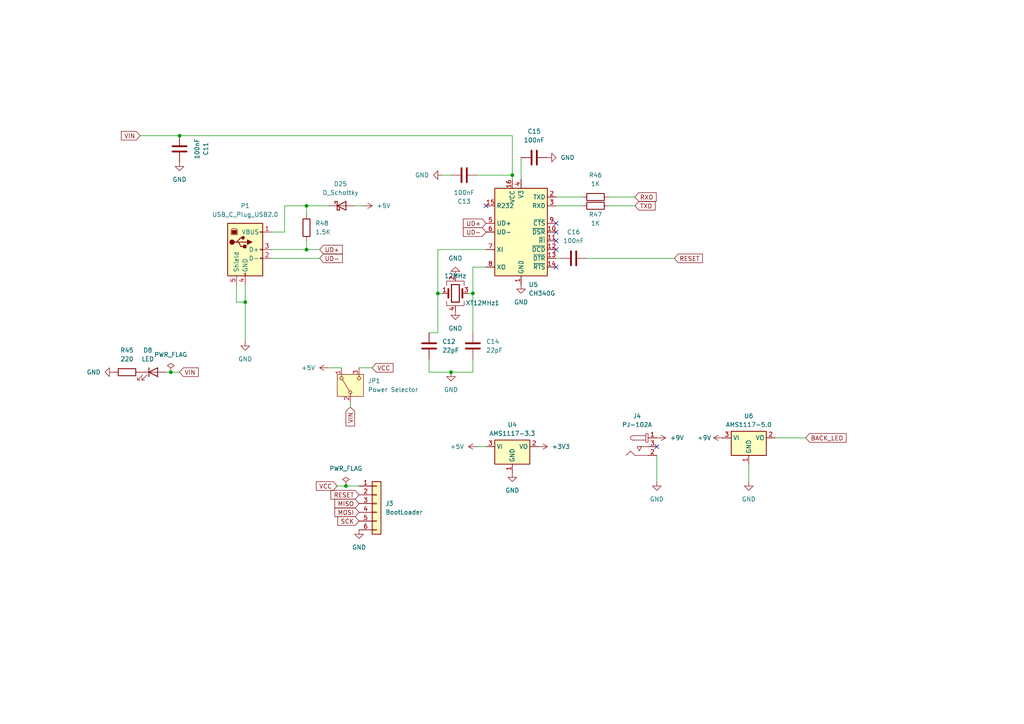
<source format=kicad_sch>
(kicad_sch (version 20231120) (generator "eeschema") (generator_version "8.0")
  (paper "A4")
  (lib_symbols
    (symbol "Connector:USB_B" (pin_names (offset 1.016))
      (property "Reference" "J" (at -5.08 11.43 0))
      (property "Value" "USB_B" (at -5.08 8.89 0))
      (symbol "USB_B_0_1"
        (rectangle (start -5.08 -7.62) (end 5.08 7.62) (stroke (width 0.254)) (fill (type background)))
        (circle (center -3.81 2.159) (radius 0.635) (stroke (width 0.254)) (fill (type outline)))
        (rectangle (start -3.81 5.588) (end -2.54 4.572) (fill (type outline)))
        (circle (center -0.635 3.429) (radius 0.381) (stroke (width 0.254)) (fill (type outline)))
        (rectangle (start -0.127 -7.62) (end 0.127 -6.858))
        (polyline (pts (xy -1.905 2.159) (xy 0.635 2.159)) (stroke (width 0.254)))
        (polyline (pts (xy -3.175 2.159) (xy -2.54 2.159) (xy -1.27 3.429) (xy -0.635 3.429)) (stroke (width 0.254)))
        (polyline (pts (xy -2.54 2.159) (xy -1.905 2.159) (xy -1.27 0.889) (xy 0 0.889)) (stroke (width 0.254)))
        (polyline (pts (xy 0.635 2.794) (xy 0.635 1.524) (xy 1.905 2.159) (xy 0.635 2.794)) (stroke (width 0.254)) (fill (type outline)))
        (polyline (pts (xy -4.064 4.318) (xy -2.286 4.318) (xy -2.286 5.715) (xy -2.667 6.096) (xy -3.683 6.096) (xy -4.064 5.715) (xy -4.064 4.318)))
        (rectangle (start 0.254 1.27) (end -0.508 0.508) (stroke (width 0.254)) (fill (type outline)))
        (rectangle (start 5.08 -2.667) (end 4.318 -2.413))
        (rectangle (start 5.08 -0.127) (end 4.318 0.127))
        (rectangle (start 5.08 4.953) (end 4.318 5.207))
      )
      (symbol "USB_B_1_1"
        (pin power_out line (at 7.62 5.08 180) (length 2.54) (name "VBUS") (number "1"))
        (pin bidirectional line (at 7.62 -2.54 180) (length 2.54) (name "D-") (number "2"))
        (pin bidirectional line (at 7.62 0 180) (length 2.54) (name "D+") (number "3"))
        (pin power_out line (at 0 -10.16 90) (length 2.54) (name "GND") (number "4"))
        (pin passive line (at -2.54 -10.16 90) (length 2.54) (name "Shield") (number "5"))
      )
    )
    (symbol "Connector_Generic:Conn_01x06" (pin_names (offset 1.016) hide)
      (property "Reference" "J" (at 0 7.62 0))
      (property "Value" "Conn_01x06" (at 0 -10.16 0))
      (symbol "Conn_01x06_1_1"
        (rectangle (start -1.27 -7.493) (end 0 -7.747) (stroke (width 0.1524)))
        (rectangle (start -1.27 -4.953) (end 0 -5.207) (stroke (width 0.1524)))
        (rectangle (start -1.27 -2.413) (end 0 -2.667) (stroke (width 0.1524)))
        (rectangle (start -1.27 0.127) (end 0 -0.127) (stroke (width 0.1524)))
        (rectangle (start -1.27 2.667) (end 0 2.413) (stroke (width 0.1524)))
        (rectangle (start -1.27 5.207) (end 0 4.953) (stroke (width 0.1524)))
        (rectangle (start -1.27 6.35) (end 1.27 -8.89) (stroke (width 0.254)) (fill (type background)))
        (pin passive line (at -5.08 5.08 0) (length 3.81) (name "Pin_1") (number "1"))
        (pin passive line (at -5.08 2.54 0) (length 3.81) (name "Pin_2") (number "2"))
        (pin passive line (at -5.08 0 0) (length 3.81) (name "Pin_3") (number "3"))
        (pin passive line (at -5.08 -2.54 0) (length 3.81) (name "Pin_4") (number "4"))
        (pin passive line (at -5.08 -5.08 0) (length 3.81) (name "Pin_5") (number "5"))
        (pin passive line (at -5.08 -7.62 0) (length 3.81) (name "Pin_6") (number "6"))
      )
    )
    (symbol "Device:C" (pin_numbers hide) (pin_names (offset 0.254))
      (property "Reference" "C" (at 0.635 2.54 0))
      (property "Value" "C" (at 0.635 -2.54 0))
      (symbol "C_0_1"
        (polyline (pts (xy -2.032 -0.762) (xy 2.032 -0.762)) (stroke (width 0.508)))
        (polyline (pts (xy -2.032 0.762) (xy 2.032 0.762)) (stroke (width 0.508)))
      )
      (symbol "C_1_1"
        (pin passive line (at 0 3.81 270) (length 2.794) (name "~") (number "1"))
        (pin passive line (at 0 -3.81 90) (length 2.794) (name "~") (number "2"))
      )
    )
    (symbol "Device:Crystal_GND24" (pin_names (offset 1.016) hide)
      (property "Reference" "Y" (at 3.175 5.08 0))
      (property "Value" "Crystal_GND24" (at 3.175 3.175 0))
      (symbol "Crystal_GND24_0_1"
        (rectangle (start -1.143 2.54) (end 1.143 -2.54) (stroke (width 0.3048)))
        (polyline (pts (xy -2.54 0) (xy -2.032 0)))
        (polyline (pts (xy -2.032 -1.27) (xy -2.032 1.27)) (stroke (width 0.508)))
        (polyline (pts (xy 0 -3.81) (xy 0 -3.556)))
        (polyline (pts (xy 0 3.556) (xy 0 3.81)))
        (polyline (pts (xy 2.032 -1.27) (xy 2.032 1.27)) (stroke (width 0.508)))
        (polyline (pts (xy 2.032 0) (xy 2.54 0)))
        (polyline (pts (xy -2.54 -2.286) (xy -2.54 -3.556) (xy 2.54 -3.556) (xy 2.54 -2.286)))
        (polyline (pts (xy -2.54 2.286) (xy -2.54 3.556) (xy 2.54 3.556) (xy 2.54 2.286)))
      )
      (symbol "Crystal_GND24_1_1"
        (pin passive line (at -3.81 0 0) (length 1.27) (name "1") (number "1"))
        (pin passive line (at 0 5.08 270) (length 1.27) (name "2") (number "2"))
        (pin passive line (at 3.81 0 180) (length 1.27) (name "3") (number "3"))
        (pin passive line (at 0 -5.08 90) (length 1.27) (name "4") (number "4"))
      )
    )
    (symbol "Device:D_Schottky" (pin_numbers hide) (pin_names (offset 1.016) hide)
      (property "Reference" "D" (at 0 2.54 0))
      (property "Value" "D_Schottky" (at 0 -2.54 0))
      (symbol "D_Schottky_0_1"
        (polyline (pts (xy 1.27 0) (xy -1.27 0)))
        (polyline (pts (xy 1.27 1.27) (xy 1.27 -1.27) (xy -1.27 0) (xy 1.27 1.27)) (stroke (width 0.254)))
        (polyline (pts (xy -1.905 0.635) (xy -1.905 1.27) (xy -1.27 1.27) (xy -1.27 -1.27) (xy -0.635 -1.27) (xy -0.635 -0.635)) (stroke (width 0.254)))
      )
      (symbol "D_Schottky_1_1"
        (pin passive line (at -3.81 0 0) (length 2.54) (name "K") (number "1"))
        (pin passive line (at 3.81 0 180) (length 2.54) (name "A") (number "2"))
      )
    )
    (symbol "Device:LED" (pin_numbers hide) (pin_names (offset 1.016) hide)
      (property "Reference" "D" (at 0 2.54 0))
      (property "Value" "LED" (at 0 -2.54 0))
      (symbol "LED_0_1"
        (polyline (pts (xy -1.27 -1.27) (xy -1.27 1.27)) (stroke (width 0.254)))
        (polyline (pts (xy -1.27 0) (xy 1.27 0)))
        (polyline (pts (xy 1.27 -1.27) (xy 1.27 1.27) (xy -1.27 0) (xy 1.27 -1.27)) (stroke (width 0.254)))
        (polyline (pts (xy -3.048 -0.762) (xy -4.572 -2.286) (xy -3.81 -2.286) (xy -4.572 -2.286) (xy -4.572 -1.524)))
        (polyline (pts (xy -1.778 -0.762) (xy -3.302 -2.286) (xy -2.54 -2.286) (xy -3.302 -2.286) (xy -3.302 -1.524)))
      )
      (symbol "LED_1_1"
        (pin passive line (at -3.81 0 0) (length 2.54) (name "K") (number "1"))
        (pin passive line (at 3.81 0 180) (length 2.54) (name "A") (number "2"))
      )
    )
    (symbol "Device:R" (pin_numbers hide) (pin_names (offset 0))
      (property "Reference" "R" (at 2.032 0 90))
      (property "Value" "R" (at 0 0 90))
      (symbol "R_0_1"
        (rectangle (start -1.016 -2.54) (end 1.016 2.54) (stroke (width 0.254)))
      )
      (symbol "R_1_1"
        (pin passive line (at 0 3.81 270) (length 1.27) (name "~") (number "1"))
        (pin passive line (at 0 -3.81 90) (length 1.27) (name "~") (number "2"))
      )
    )
    (symbol "Interface_USB:CH340G"
      (property "Reference" "U" (at -5.08 13.97 0))
      (property "Value" "CH340G" (at 1.27 13.97 0))
      (symbol "CH340G_0_1"
        (rectangle (start -7.62 12.7) (end 7.62 -12.7) (stroke (width 0.254)) (fill (type background)))
      )
      (symbol "CH340G_1_1"
        (pin power_in line (at 0 -15.24 90) (length 2.54) (name "GND") (number "1"))
        (pin input line (at 10.16 0 180) (length 2.54) (name "~{DSR}") (number "10"))
        (pin input line (at 10.16 -2.54 180) (length 2.54) (name "~{RI}") (number "11"))
        (pin input line (at 10.16 -5.08 180) (length 2.54) (name "~{DCD}") (number "12"))
        (pin output line (at 10.16 -7.62 180) (length 2.54) (name "~{DTR}") (number "13"))
        (pin output line (at 10.16 -10.16 180) (length 2.54) (name "~{RTS}") (number "14"))
        (pin input line (at -10.16 7.62 0) (length 2.54) (name "R232") (number "15"))
        (pin power_in line (at -2.54 15.24 270) (length 2.54) (name "VCC") (number "16"))
        (pin output line (at 10.16 10.16 180) (length 2.54) (name "TXD") (number "2"))
        (pin input line (at 10.16 7.62 180) (length 2.54) (name "RXD") (number "3"))
        (pin power_out line (at 0 15.24 270) (length 2.54) (name "V3") (number "4"))
        (pin bidirectional line (at -10.16 2.54 0) (length 2.54) (name "UD+") (number "5"))
        (pin bidirectional line (at -10.16 0 0) (length 2.54) (name "UD-") (number "6"))
        (pin input line (at -10.16 -5.08 0) (length 2.54) (name "XI") (number "7"))
        (pin output line (at -10.16 -10.16 0) (length 2.54) (name "XO") (number "8"))
        (pin input line (at 10.16 2.54 180) (length 2.54) (name "~{CTS}") (number "9"))
      )
    )
    (symbol "Regulator_Linear:AMS1117-3.3"
      (property "Reference" "U" (at -3.81 3.175 0))
      (property "Value" "AMS1117-3.3" (at 0 3.175 0))
      (symbol "AMS1117-3.3_0_1"
        (rectangle (start -5.08 -5.08) (end 5.08 1.905) (stroke (width 0.254)) (fill (type background)))
      )
      (symbol "AMS1117-3.3_1_1"
        (pin power_in line (at 0 -7.62 90) (length 2.54) (name "GND") (number "1"))
        (pin power_out line (at 7.62 0 180) (length 2.54) (name "VO") (number "2"))
        (pin power_in line (at -7.62 0 0) (length 2.54) (name "VI") (number "3"))
      )
    )
    (symbol "Regulator_Linear:AMS1117-5.0"
      (property "Reference" "U" (at -3.81 3.175 0))
      (property "Value" "AMS1117-5.0" (at 0 3.175 0))
      (symbol "AMS1117-5.0_0_1"
        (rectangle (start -5.08 -5.08) (end 5.08 1.905) (stroke (width 0.254)) (fill (type background)))
      )
      (symbol "AMS1117-5.0_1_1"
        (pin power_in line (at 0 -7.62 90) (length 2.54) (name "GND") (number "1"))
        (pin power_out line (at 7.62 0 180) (length 2.54) (name "VO") (number "2"))
        (pin power_in line (at -7.62 0 0) (length 2.54) (name "VI") (number "3"))
      )
    )
    (symbol "Switch:SW_SPDT" (pin_names (offset 0) hide)
      (property "Reference" "SW" (at 0 5.08 0))
      (property "Value" "SW_SPDT" (at 0 -5.08 0))
      (symbol "SW_SPDT_0_1"
        (circle (center -2.032 0) (radius 0.4572))
        (polyline (pts (xy -1.651 0.254) (xy 1.651 2.286)))
        (circle (center 2.032 -2.54) (radius 0.4572))
        (circle (center 2.032 2.54) (radius 0.4572))
      )
      (symbol "SW_SPDT_1_1"
        (rectangle (start -3.175 3.81) (end 3.175 -3.81) (fill (type background)))
        (pin passive line (at 5.08 2.54 180) (length 2.54) (name "A") (number "1"))
        (pin passive line (at -5.08 0 0) (length 2.54) (name "B") (number "2"))
        (pin passive line (at 5.08 -2.54 180) (length 2.54) (name "C") (number "3"))
      )
    )
    (symbol "dk_Barrel-Power-Connectors:PJ-102A" (pin_names (offset 1.016))
      (property "Reference" "J" (at 0 2.54 0))
      (property "Value" "PJ-102A" (at 0 -6.35 0))
      (symbol "PJ-102A_0_1"
        (arc (start -4.445 0.635) (mid -5.08 0) (end -4.445 -0.635))
        (rectangle (start -0.635 1.27) (end 0 -1.27))
        (polyline (pts (xy -0.635 -0.635) (xy -4.445 -0.635)))
        (polyline (pts (xy -0.635 0.635) (xy -4.445 0.635)))
        (polyline (pts (xy 0 -2.54) (xy -1.27 -2.54) (xy -2.54 -2.54)))
        (polyline (pts (xy 0 -5.08) (xy -3.81 -5.08) (xy -5.08 -3.81) (xy -6.35 -5.08)))
        (polyline (pts (xy -2.54 -2.54) (xy -3.175 -2.54) (xy -2.54 -3.81) (xy -1.905 -2.54) (xy -2.54 -2.54)))
      )
      (symbol "PJ-102A_1_1"
        (pin passive line (at 2.54 0 180) (length 2.54) (name "~") (number "1"))
        (pin passive line (at 2.54 -5.08 180) (length 2.54) (name "~") (number "2"))
        (pin passive line (at 2.54 -2.54 180) (length 2.54) (name "~") (number "3"))
      )
    )
    (symbol "power:+3V3" (power) (pin_numbers hide) (pin_names (offset 0) hide)
      (property "Value" "+3V3" (at 0 3.556 0))
      (symbol "+3V3_0_1"
        (polyline (pts (xy -0.762 1.27) (xy 0 2.54)))
        (polyline (pts (xy 0 0) (xy 0 2.54)))
        (polyline (pts (xy 0 2.54) (xy 0.762 1.27)))
      )
      (symbol "+3V3_1_1"
        (pin power_in line (at 0 0 90) (length 0) (name "~") (number "1"))
      )
    )
    (symbol "power:+5V" (power) (pin_numbers hide) (pin_names (offset 0) hide)
      (property "Value" "+5V" (at 0 3.556 0))
      (symbol "+5V_0_1"
        (polyline (pts (xy -0.762 1.27) (xy 0 2.54)))
        (polyline (pts (xy 0 0) (xy 0 2.54)))
        (polyline (pts (xy 0 2.54) (xy 0.762 1.27)))
      )
      (symbol "+5V_1_1"
        (pin power_in line (at 0 0 90) (length 0) (name "~") (number "1"))
      )
    )
    (symbol "power:+9V" (power) (pin_numbers hide) (pin_names (offset 0) hide)
      (property "Value" "+9V" (at 0 3.556 0))
      (symbol "+9V_0_1"
        (polyline (pts (xy -0.762 1.27) (xy 0 2.54)))
        (polyline (pts (xy 0 0) (xy 0 2.54)))
        (polyline (pts (xy 0 2.54) (xy 0.762 1.27)))
      )
      (symbol "+9V_1_1"
        (pin power_in line (at 0 0 90) (length 0) (name "~") (number "1"))
      )
    )
    (symbol "power:GND" (power) (pin_numbers hide) (pin_names (offset 0) hide)
      (property "Value" "GND" (at 0 -3.81 0))
      (symbol "GND_0_1"
        (polyline (pts (xy 0 0) (xy 0 -1.27) (xy 1.27 -1.27) (xy 0 -2.54) (xy -1.27 -1.27) (xy 0 -1.27)))
      )
      (symbol "GND_1_1"
        (pin power_in line (at 0 0 270) (length 0) (name "~") (number "1"))
      )
    )
    (symbol "power:PWR_FLAG" (power) (pin_numbers hide) (pin_names (offset 0) hide)
      (property "Value" "PWR_FLAG" (at 0 3.81 0))
      (symbol "PWR_FLAG_0_0"
        (pin power_out line (at 0 0 90) (length 0) (name "~") (number "1"))
      )
      (symbol "PWR_FLAG_0_1"
        (polyline (pts (xy 0 0) (xy 0 1.27) (xy -1.016 1.905) (xy 0 2.54) (xy 1.016 1.905) (xy 0 1.27)))
      )
    )
  )
  (junction (at 148.59 50.8))
  (junction (at 88.9 72.39))
  (junction (at 130.81 107.95))
  (junction (at 52.07 39.37))
  (junction (at 71.12 87.63))
  (junction (at 88.9 59.69))
  (junction (at 137.16 85.09))
  (junction (at 49.53 107.95))
  (junction (at 127 85.09))
  (junction (at 100.33 140.97))
  (no_connect (at 140.97 59.69))
  (no_connect (at 190.5 129.54))
  (no_connect (at 161.29 72.39))
  (no_connect (at 161.29 69.85))
  (no_connect (at 161.29 67.31))
  (no_connect (at 161.29 64.77))
  (no_connect (at 161.29 77.47))
  (wire (pts (xy 195.58 74.93) (xy 170.18 74.93)))
  (wire (pts (xy 148.59 50.8) (xy 148.59 39.37)))
  (wire (pts (xy 190.5 139.7) (xy 190.5 132.08)))
  (wire (pts (xy 88.9 59.69) (xy 82.55 59.69)))
  (wire (pts (xy 95.25 59.69) (xy 88.9 59.69)))
  (wire (pts (xy 161.29 59.69) (xy 168.91 59.69)))
  (wire (pts (xy 151.13 45.72) (xy 151.13 52.07)))
  (wire (pts (xy 127 85.09) (xy 127 96.52)))
  (wire (pts (xy 92.71 72.39) (xy 88.9 72.39)))
  (wire (pts (xy 127 72.39) (xy 127 85.09)))
  (wire (pts (xy 101.6 116.84) (xy 101.6 118.11)))
  (wire (pts (xy 100.33 140.97) (xy 104.14 140.97)))
  (wire (pts (xy 68.58 87.63) (xy 71.12 87.63)))
  (wire (pts (xy 107.95 106.68) (xy 104.14 106.68)))
  (wire (pts (xy 88.9 69.85) (xy 88.9 72.39)))
  (wire (pts (xy 130.81 107.95) (xy 137.16 107.95)))
  (wire (pts (xy 137.16 85.09) (xy 137.16 96.52)))
  (wire (pts (xy 97.79 140.97) (xy 100.33 140.97)))
  (wire (pts (xy 88.9 62.23) (xy 88.9 59.69)))
  (wire (pts (xy 137.16 77.47) (xy 140.97 77.47)))
  (wire (pts (xy 40.64 39.37) (xy 52.07 39.37)))
  (wire (pts (xy 71.12 87.63) (xy 71.12 82.55)))
  (wire (pts (xy 52.07 107.95) (xy 49.53 107.95)))
  (wire (pts (xy 82.55 67.31) (xy 78.74 67.31)))
  (wire (pts (xy 95.25 106.68) (xy 99.06 106.68)))
  (wire (pts (xy 233.68 127) (xy 224.79 127)))
  (wire (pts (xy 138.43 50.8) (xy 148.59 50.8)))
  (wire (pts (xy 138.43 129.54) (xy 140.97 129.54)))
  (wire (pts (xy 140.97 72.39) (xy 127 72.39)))
  (wire (pts (xy 137.16 77.47) (xy 137.16 85.09)))
  (wire (pts (xy 88.9 72.39) (xy 78.74 72.39)))
  (wire (pts (xy 148.59 50.8) (xy 148.59 52.07)))
  (wire (pts (xy 49.53 107.95) (xy 48.26 107.95)))
  (wire (pts (xy 137.16 107.95) (xy 137.16 104.14)))
  (wire (pts (xy 127 96.52) (xy 124.46 96.52)))
  (wire (pts (xy 128.27 85.09) (xy 127 85.09)))
  (wire (pts (xy 162.56 74.93) (xy 161.29 74.93)))
  (wire (pts (xy 124.46 107.95) (xy 130.81 107.95)))
  (wire (pts (xy 82.55 59.69) (xy 82.55 67.31)))
  (wire (pts (xy 124.46 107.95) (xy 124.46 104.14)))
  (wire (pts (xy 135.89 85.09) (xy 137.16 85.09)))
  (wire (pts (xy 68.58 82.55) (xy 68.58 87.63)))
  (wire (pts (xy 217.17 139.7) (xy 217.17 134.62)))
  (wire (pts (xy 52.07 39.37) (xy 148.59 39.37)))
  (wire (pts (xy 176.53 59.69) (xy 184.15 59.69)))
  (wire (pts (xy 92.71 74.93) (xy 78.74 74.93)))
  (wire (pts (xy 161.29 57.15) (xy 168.91 57.15)))
  (wire (pts (xy 176.53 57.15) (xy 184.15 57.15)))
  (wire (pts (xy 102.87 59.69) (xy 105.41 59.69)))
  (wire (pts (xy 71.12 99.06) (xy 71.12 87.63)))
  (wire (pts (xy 130.81 50.8) (xy 128.27 50.8)))
  (global_label "MOSI" (shape input) (at 104.14 148.59 180) (property "Intersheetrefs" "${INTERSHEET_REFS}" (effects (hide yes))))
  (global_label "RXD" (shape input) (at 184.15 57.15 0) (property "Intersheetrefs" "${INTERSHEET_REFS}" (effects (hide yes))))
  (global_label "VIN" (shape input) (at 52.07 107.95 0) (property "Intersheetrefs" "${INTERSHEET_REFS}" (effects (hide yes))))
  (global_label "VCC" (shape input) (at 97.79 140.97 180) (property "Intersheetrefs" "${INTERSHEET_REFS}" (effects (hide yes))))
  (global_label "VCC" (shape input) (at 107.95 106.68 0) (property "Intersheetrefs" "${INTERSHEET_REFS}" (effects (hide yes))))
  (global_label "TXD" (shape input) (at 184.15 59.69 0) (property "Intersheetrefs" "${INTERSHEET_REFS}" (effects (hide yes))))
  (global_label "BACK_LED" (shape input) (at 233.68 127 0) (property "Intersheetrefs" "${INTERSHEET_REFS}" (effects (hide yes))))
  (global_label "UD-" (shape input) (at 92.71 74.93 0) (property "Intersheetrefs" "${INTERSHEET_REFS}" (effects (hide yes))))
  (global_label "VIN" (shape input) (at 40.64 39.37 180) (property "Intersheetrefs" "${INTERSHEET_REFS}" (effects (hide yes))))
  (global_label "RESET" (shape input) (at 104.14 143.51 180) (property "Intersheetrefs" "${INTERSHEET_REFS}" (effects (hide yes))))
  (global_label "VIN" (shape input) (at 101.6 118.11 270) (property "Intersheetrefs" "${INTERSHEET_REFS}" (effects (hide yes))))
  (global_label "UD+" (shape input) (at 92.71 72.39 0) (property "Intersheetrefs" "${INTERSHEET_REFS}" (effects (hide yes))))
  (global_label "SCK" (shape input) (at 104.14 151.13 180) (property "Intersheetrefs" "${INTERSHEET_REFS}" (effects (hide yes))))
  (global_label "UD+" (shape input) (at 140.97 64.77 180) (property "Intersheetrefs" "${INTERSHEET_REFS}" (effects (hide yes))))
  (global_label "RESET" (shape input) (at 195.58 74.93 0) (property "Intersheetrefs" "${INTERSHEET_REFS}" (effects (hide yes))))
  (global_label "MISO" (shape input) (at 104.14 146.05 180) (property "Intersheetrefs" "${INTERSHEET_REFS}" (effects (hide yes))))
  (global_label "UD-" (shape input) (at 140.97 67.31 180) (property "Intersheetrefs" "${INTERSHEET_REFS}" (effects (hide yes))))
  (symbol (lib_id "power:GND") (at 104.14 153.67 0) (unit 1)
    (property "Reference" "#PWR08" (effects (hide yes)))
    (property "Value" "GND" (at 104.14 158.75 0))
    (property "Description" "Power symbol creates a global label with name \"GND\" , ground" (effects (hide yes)))
  )
  (symbol (lib_id "Switch:SW_SPDT") (at 101.6 111.76 90) (unit 1)
    (property "Reference" "JP1" (at 106.68 110.4899 90) (effects (justify right)))
    (property "Value" "Power Selector" (at 106.68 113.0299 90) (effects (justify right)))
    (property "Footprint" "PCM_SL_Devices:Slide_Switch_SPDT_P3mm_10x5x10mm" (effects (hide yes)))
    (property "Description" "Switch, single pole double throw" (effects (hide yes)))
  )
  (symbol (lib_id "Device:R") (at 172.72 57.15 270) (unit 1)
    (property "Reference" "R46" (at 172.72 50.8 90))
    (property "Value" "1K" (at 172.72 53.34 90))
    (property "Footprint" "Resistor_SMD:R_1206_3216Metric_Pad1.30x1.75mm_HandSolder" (effects (hide yes)))
    (property "Description" "Resistor" (effects (hide yes)))
  )
  (symbol (lib_id "Device:R") (at 88.9 66.04 0) (unit 1)
    (property "Reference" "R48" (at 91.44 64.7699 0) (effects (justify left)))
    (property "Value" "1.5K" (at 91.44 67.3099 0) (effects (justify left)))
    (property "Footprint" "Resistor_SMD:R_1206_3216Metric_Pad1.30x1.75mm_HandSolder" (effects (hide yes)))
    (property "Description" "Resistor" (effects (hide yes)))
  )
  (symbol (lib_id "Interface_USB:CH340G") (at 151.13 67.31 0) (unit 1)
    (property "Reference" "U5" (at 153.3241 82.55 0) (effects (justify left)))
    (property "Value" "CH340G" (at 153.3241 85.09 0) (effects (justify left)))
    (property "Footprint" "Package_SO:SOIC-16_3.9x9.9mm_P1.27mm" (effects (hide yes)))
    (property "Datasheet" "http://www.datasheet5.com/pdf-local-2195953" (effects (hide yes)))
    (property "Description" "USB serial converter, UART, SOIC-16" (effects (hide yes)))
  )
  (symbol (lib_id "Device:R") (at 36.83 107.95 90) (unit 1)
    (property "Reference" "R45" (at 36.83 101.6 90))
    (property "Value" "220" (at 36.83 104.14 90))
    (property "Footprint" "Resistor_SMD:R_1206_3216Metric_Pad1.30x1.75mm_HandSolder" (effects (hide yes)))
    (property "Description" "Resistor" (effects (hide yes)))
  )
  (symbol (lib_id "Connector_Generic:Conn_01x06") (at 109.22 146.05 0) (unit 1)
    (property "Reference" "J3" (at 111.76 146.0499 0) (effects (justify left)))
    (property "Value" "BootLoader" (at 111.76 148.5899 0) (effects (justify left)))
    (property "Footprint" "Connector_PinHeader_2.54mm:PinHeader_1x06_P2.54mm_Vertical" (effects (hide yes)))
    (property "Description" "Generic connector, single row, 01x06, script generated (kicad-library-utils/schlib/autogen/connector/)" (effects (hide yes)))
  )
  (symbol (lib_id "power:+5V") (at 95.25 106.68 90) (unit 1)
    (property "Reference" "#PWR06" (effects (hide yes)))
    (property "Value" "+5V" (at 91.44 106.6799 90) (effects (justify left)))
    (property "Description" "Power symbol creates a global label with name \"+5V\"" (effects (hide yes)))
  )
  (symbol (lib_id "power:GND") (at 132.08 90.17 0) (unit 1)
    (property "Reference" "#PWR014" (effects (hide yes)))
    (property "Value" "GND" (at 132.08 95.25 0))
    (property "Description" "Power symbol creates a global label with name \"GND\" , ground" (effects (hide yes)))
  )
  (symbol (lib_id "Regulator_Linear:AMS1117-5.0") (at 217.17 127 0) (unit 1)
    (property "Reference" "U6" (at 217.17 120.65 0))
    (property "Value" "AMS1117-5.0" (at 217.17 123.19 0))
    (property "Footprint" "Package_TO_SOT_SMD:SOT-223-3_TabPin2" (effects (hide yes)))
    (property "Datasheet" "http://www.advanced-monolithic.com/pdf/ds1117.pdf" (effects (hide yes)))
    (property "Description" "1A Low Dropout regulator, positive, 5.0V fixed output, SOT-223" (effects (hide yes)))
  )
  (symbol (lib_id "power:GND") (at 148.59 137.16 0) (unit 1)
    (property "Reference" "#PWR017" (effects (hide yes)))
    (property "Value" "GND" (at 148.59 142.24 0))
    (property "Description" "Power symbol creates a global label with name \"GND\" , ground" (effects (hide yes)))
  )
  (symbol (lib_id "power:GND") (at 158.75 45.72 90) (unit 1)
    (property "Reference" "#PWR035" (effects (hide yes)))
    (property "Value" "GND" (at 162.56 45.7199 90) (effects (justify right)))
    (property "Description" "Power symbol creates a global label with name \"GND\" , ground" (effects (hide yes)))
  )
  (symbol (lib_id "Device:C") (at 52.07 43.18 0) (unit 1)
    (property "Reference" "C11" (at 59.69 43.18 90))
    (property "Value" "100nF" (at 57.15 43.18 90))
    (property "Footprint" "Capacitor_SMD:C_1206_3216Metric_Pad1.33x1.80mm_HandSolder" (effects (hide yes)))
    (property "Description" "Unpolarized capacitor" (effects (hide yes)))
  )
  (symbol (lib_id "power:GND") (at 217.17 139.7 0) (unit 1)
    (property "Reference" "#PWR044" (effects (hide yes)))
    (property "Value" "GND" (at 217.17 144.78 0))
    (property "Description" "Power symbol creates a global label with name \"GND\" , ground" (effects (hide yes)))
  )
  (symbol (lib_id "Device:C") (at 137.16 100.33 180) (unit 1)
    (property "Reference" "C14" (at 140.97 99.0599 0) (effects (justify right)))
    (property "Value" "22pF" (at 140.97 101.5999 0) (effects (justify right)))
    (property "Footprint" "Capacitor_SMD:C_1206_3216Metric_Pad1.33x1.80mm_HandSolder" (effects (hide yes)))
    (property "Description" "Unpolarized capacitor" (effects (hide yes)))
  )
  (symbol (lib_id "power:GND") (at 130.81 107.95 0) (unit 1)
    (property "Reference" "#PWR012" (effects (hide yes)))
    (property "Value" "GND" (at 130.81 113.03 0))
    (property "Description" "Power symbol creates a global label with name \"GND\" , ground" (effects (hide yes)))
  )
  (symbol (lib_id "power:+5V") (at 105.41 59.69 270) (unit 1)
    (property "Reference" "#PWR05" (effects (hide yes)))
    (property "Value" "+5V" (at 109.22 59.6899 90) (effects (justify left)))
    (property "Description" "Power symbol creates a global label with name \"+5V\"" (effects (hide yes)))
  )
  (symbol (lib_id "Device:C") (at 134.62 50.8 270) (unit 1)
    (property "Reference" "C13" (at 134.62 58.42 90))
    (property "Value" "100nF" (at 134.62 55.88 90))
    (property "Footprint" "Capacitor_SMD:C_1206_3216Metric_Pad1.33x1.80mm_HandSolder" (effects (hide yes)))
    (property "Description" "Unpolarized capacitor" (effects (hide yes)))
  )
  (symbol (lib_id "Device:LED") (at 44.45 107.95 0) (unit 1)
    (property "Reference" "D8" (at 42.8625 101.6 0))
    (property "Value" "LED" (at 42.8625 104.14 0))
    (property "Footprint" "LED_SMD:LED_1206_3216Metric_Pad1.42x1.75mm_HandSolder" (effects (hide yes)))
    (property "Description" "Light emitting diode" (effects (hide yes)))
  )
  (symbol (lib_id "power:PWR_FLAG") (at 100.33 140.97 0) (unit 1)
    (property "Reference" "#FLG02" (effects (hide yes)))
    (property "Value" "PWR_FLAG" (at 100.33 135.89 0))
    (property "Description" "Special symbol for telling ERC where power comes from" (effects (hide yes)))
  )
  (symbol (lib_id "dk_Barrel-Power-Connectors:PJ-102A") (at 187.96 127 0) (unit 1)
    (property "Reference" "J4" (at 184.785 120.65 0))
    (property "Value" "PJ-102A" (at 184.785 123.19 0))
    (property "Footprint" "digikey-footprints:Barrel_Jack_5.5mmODx2.1mmID_PJ-102A" (effects (hide yes)))
    (property "Datasheet" "https://www.cui.com/product/resource/digikeypdf/pj-102a.pdf" (effects (hide yes)))
    (property "Description" "CONN PWR JACK 2X5.5MM SOLDER" (effects (hide yes)))
    (property "Digi-Key_PN" "CP-102A-ND" (effects (hide yes)))
    (property "MPN" "PJ-102A" (effects (hide yes)))
    (property "Category" "Connectors, Interconnects" (effects (hide yes)))
    (property "Family" "Barrel - Power Connectors" (effects (hide yes)))
    (property "DK_Datasheet_Link" "https://www.cui.com/product/resource/digikeypdf/pj-102a.pdf" (effects (hide yes)))
    (property "DK_Detail_Page" "/product-detail/en/cui-inc/PJ-102A/CP-102A-ND/275425" (effects (hide yes)))
    (property "Description_1" "CONN PWR JACK 2X5.5MM SOLDER" (effects (hide yes)))
    (property "Manufacturer" "CUI Inc." (effects (hide yes)))
    (property "Status" "Active" (effects (hide yes)))
  )
  (symbol (lib_id "power:GND") (at 33.02 107.95 270) (unit 1)
    (property "Reference" "#PWR046" (effects (hide yes)))
    (property "Value" "GND" (at 29.21 107.9499 90) (effects (justify right)))
    (property "Description" "Power symbol creates a global label with name \"GND\" , ground" (effects (hide yes)))
  )
  (symbol (lib_id "power:GND") (at 151.13 82.55 0) (unit 1)
    (property "Reference" "#PWR018" (effects (hide yes)))
    (property "Value" "GND" (at 151.13 87.63 0))
    (property "Description" "Power symbol creates a global label with name \"GND\" , ground" (effects (hide yes)))
  )
  (symbol (lib_id "Device:C") (at 124.46 100.33 180) (unit 1)
    (property "Reference" "C12" (at 128.27 99.0599 0) (effects (justify right)))
    (property "Value" "22pF" (at 128.27 101.5999 0) (effects (justify right)))
    (property "Footprint" "Capacitor_SMD:C_1206_3216Metric_Pad1.33x1.80mm_HandSolder" (effects (hide yes)))
    (property "Description" "Unpolarized capacitor" (effects (hide yes)))
  )
  (symbol (lib_id "Device:Crystal_GND24") (at 132.08 85.09 0) (unit 1)
    (property "Reference" "XT12MHz1" (at 139.954 87.884 0))
    (property "Value" "12MHz" (at 132.08 80.01 0))
    (property "Footprint" "Crystal:Crystal_SMD_EuroQuartz_MJ-4Pin_5.0x3.2mm_HandSoldering" (effects (hide yes)))
    (property "Description" "Four pin crystal, GND on pins 2 and 4" (effects (hide yes)))
  )
  (symbol (lib_id "power:+5V") (at 138.43 129.54 90) (unit 1)
    (property "Reference" "#PWR016" (effects (hide yes)))
    (property "Value" "+5V" (at 134.62 129.5399 90) (effects (justify left)))
    (property "Description" "Power symbol creates a global label with name \"+5V\"" (effects (hide yes)))
  )
  (symbol (lib_id "Device:D_Schottky") (at 99.06 59.69 0) (unit 1)
    (property "Reference" "D25" (at 98.7425 53.34 0))
    (property "Value" "D_Schottky" (at 98.7425 55.88 0))
    (property "Footprint" "Diode_SMD:D_1206_3216Metric_Pad1.42x1.75mm_HandSolder" (effects (hide yes)))
    (property "Description" "Schottky diode" (effects (hide yes)))
  )
  (symbol (lib_id "power:PWR_FLAG") (at 49.53 107.95 0) (unit 1)
    (property "Reference" "#FLG01" (effects (hide yes)))
    (property "Value" "PWR_FLAG" (at 49.53 102.87 0))
    (property "Description" "Special symbol for telling ERC where power comes from" (effects (hide yes)))
  )
  (symbol (lib_id "power:+9V") (at 209.55 127 90) (unit 1)
    (property "Reference" "#PWR048" (effects (hide yes)))
    (property "Value" "+9V" (at 206.2952 126.9999 90) (effects (justify left)))
    (property "Description" "Power symbol creates a global label with name \"+9V\"" (effects (hide yes)))
  )
  (symbol (lib_id "power:GND") (at 128.27 50.8 270) (unit 1)
    (property "Reference" "#PWR010" (effects (hide yes)))
    (property "Value" "GND" (at 124.46 50.7999 90) (effects (justify right)))
    (property "Description" "Power symbol creates a global label with name \"GND\" , ground" (effects (hide yes)))
  )
  (symbol (lib_id "power:+3V3") (at 156.21 129.54 270) (unit 1)
    (property "Reference" "#PWR020" (effects (hide yes)))
    (property "Value" "+3V3" (at 160.02 129.5399 90) (effects (justify left)))
    (property "Description" "Power symbol creates a global label with name \"+3V3\"" (effects (hide yes)))
  )
  (symbol (lib_id "power:GND") (at 71.12 99.06 0) (unit 1)
    (property "Reference" "#PWR04" (effects (hide yes)))
    (property "Value" "GND" (at 71.12 104.14 0))
    (property "Description" "Power symbol creates a global label with name \"GND\" , ground" (effects (hide yes)))
  )
  (symbol (lib_id "Connector:USB_B") (at 71.12 72.39 0) (unit 1)
    (property "Reference" "P1" (at 71.12 59.69 0))
    (property "Value" "USB_C_Plug_USB2.0" (at 71.12 62.23 0))
    (property "Footprint" "Connector_USB:USB_B_OST_USB-B1HSxx_Horizontal" (effects (hide yes)))
    (property "Description" "USB Type B connector" (effects (hide yes)))
  )
  (symbol (lib_id "Device:C") (at 166.37 74.93 90) (unit 1)
    (property "Reference" "C16" (at 166.37 67.31 90))
    (property "Value" "100nF" (at 166.37 69.85 90))
    (property "Footprint" "Capacitor_SMD:C_1206_3216Metric_Pad1.33x1.80mm_HandSolder" (effects (hide yes)))
    (property "Description" "Unpolarized capacitor" (effects (hide yes)))
  )
  (symbol (lib_id "Device:C") (at 154.94 45.72 90) (unit 1)
    (property "Reference" "C15" (at 154.94 38.1 90))
    (property "Value" "100nF" (at 154.94 40.64 90))
    (property "Footprint" "Capacitor_SMD:C_1206_3216Metric_Pad1.33x1.80mm_HandSolder" (effects (hide yes)))
    (property "Description" "Unpolarized capacitor" (effects (hide yes)))
  )
  (symbol (lib_id "Device:R") (at 172.72 59.69 270) (unit 1)
    (property "Reference" "R47" (at 172.72 62.23 90))
    (property "Value" "1K" (at 172.72 64.77 90))
    (property "Footprint" "Resistor_SMD:R_1206_3216Metric_Pad1.30x1.75mm_HandSolder" (effects (hide yes)))
    (property "Description" "Resistor" (effects (hide yes)))
  )
  (symbol (lib_id "power:GND") (at 190.5 139.7 0) (unit 1)
    (property "Reference" "#PWR045" (effects (hide yes)))
    (property "Value" "GND" (at 190.5 144.78 0))
    (property "Description" "Power symbol creates a global label with name \"GND\" , ground" (effects (hide yes)))
  )
  (symbol (lib_id "Regulator_Linear:AMS1117-3.3") (at 148.59 129.54 0) (unit 1)
    (property "Reference" "U4" (at 148.59 123.19 0))
    (property "Value" "AMS1117-3.3" (at 148.59 125.73 0))
    (property "Footprint" "Package_TO_SOT_SMD:SOT-223-3_TabPin2" (effects (hide yes)))
    (property "Datasheet" "http://www.advanced-monolithic.com/pdf/ds1117.pdf" (effects (hide yes)))
    (property "Description" "1A Low Dropout regulator, positive, 3.3V fixed output, SOT-223" (effects (hide yes)))
  )
  (symbol (lib_id "power:GND") (at 52.07 46.99 0) (unit 1)
    (property "Reference" "#PWR07" (effects (hide yes)))
    (property "Value" "GND" (at 52.07 52.07 0))
    (property "Description" "Power symbol creates a global label with name \"GND\" , ground" (effects (hide yes)))
  )
  (symbol (lib_id "power:GND") (at 132.08 80.01 180) (unit 1)
    (property "Reference" "#PWR013" (effects (hide yes)))
    (property "Value" "GND" (at 132.08 74.93 0))
    (property "Description" "Power symbol creates a global label with name \"GND\" , ground" (effects (hide yes)))
  )
  (symbol (lib_id "power:+9V") (at 190.5 127 270) (unit 1)
    (property "Reference" "#PWR047" (effects (hide yes)))
    (property "Value" "+9V" (at 194.31 126.9999 90) (effects (justify left)))
    (property "Description" "Power symbol creates a global label with name \"+9V\"" (effects (hide yes)))
  )
)
</source>
